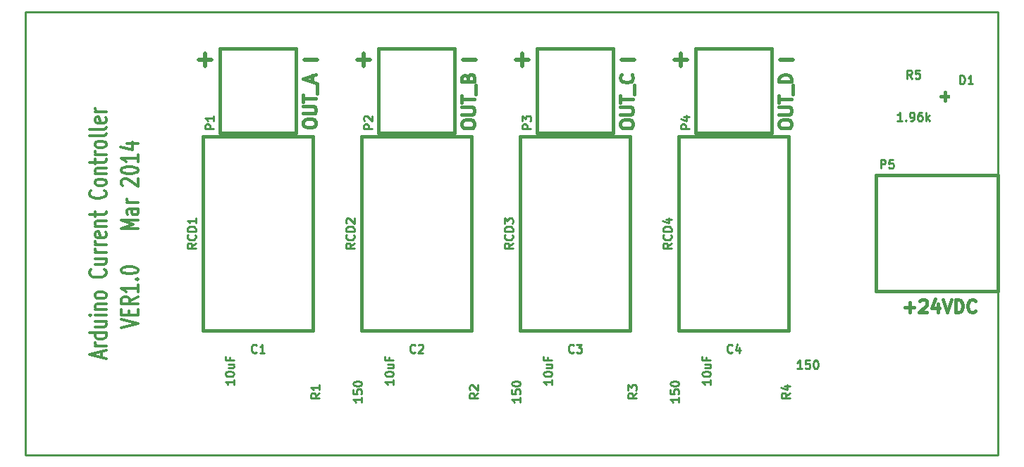
<source format=gto>
G04 (created by PCBNEW-RS274X (2011-05-25)-stable) date Tue 18 Mar 2014 04:02:36 PM EDT*
G01*
G70*
G90*
%MOIN*%
G04 Gerber Fmt 3.4, Leading zero omitted, Abs format*
%FSLAX34Y34*%
G04 APERTURE LIST*
%ADD10C,0.006000*%
%ADD11C,0.020000*%
%ADD12C,0.009000*%
%ADD13C,0.012000*%
%ADD14C,0.005000*%
%ADD15C,0.015000*%
%ADD16C,0.010000*%
%ADD17C,0.175000*%
%ADD18O,0.080000X0.120000*%
%ADD19C,0.080000*%
%ADD20R,0.070000X0.120000*%
%ADD21R,0.120000X0.070000*%
%ADD22R,0.067000X0.067000*%
%ADD23C,0.096000*%
%ADD24C,0.160000*%
%ADD25C,0.180000*%
%ADD26R,0.100000X0.100000*%
%ADD27C,0.100000*%
G04 APERTURE END LIST*
G54D10*
G54D11*
X71695Y-32769D02*
X72305Y-32769D01*
X79195Y-32769D02*
X79805Y-32769D01*
X64195Y-32769D02*
X64805Y-32769D01*
X74195Y-32769D02*
X74805Y-32769D01*
X74500Y-33074D02*
X74500Y-32464D01*
X51695Y-32769D02*
X52305Y-32769D01*
X52000Y-33074D02*
X52000Y-32464D01*
X59195Y-32769D02*
X59805Y-32769D01*
X59500Y-33074D02*
X59500Y-32464D01*
X56695Y-32769D02*
X57305Y-32769D01*
X66695Y-32769D02*
X67305Y-32769D01*
X67000Y-33074D02*
X67000Y-32464D01*
G54D12*
X89500Y-51500D02*
X43500Y-51500D01*
X43500Y-30500D02*
X89500Y-30500D01*
X43500Y-30500D02*
X43500Y-51500D01*
G54D13*
X47095Y-46885D02*
X47095Y-46599D01*
X47324Y-46942D02*
X46524Y-46742D01*
X47324Y-46542D01*
X47324Y-46342D02*
X46790Y-46342D01*
X46943Y-46342D02*
X46867Y-46314D01*
X46829Y-46285D01*
X46790Y-46228D01*
X46790Y-46171D01*
X47324Y-45714D02*
X46524Y-45714D01*
X47286Y-45714D02*
X47324Y-45771D01*
X47324Y-45885D01*
X47286Y-45943D01*
X47248Y-45971D01*
X47171Y-46000D01*
X46943Y-46000D01*
X46867Y-45971D01*
X46829Y-45943D01*
X46790Y-45885D01*
X46790Y-45771D01*
X46829Y-45714D01*
X46790Y-45171D02*
X47324Y-45171D01*
X46790Y-45428D02*
X47210Y-45428D01*
X47286Y-45400D01*
X47324Y-45342D01*
X47324Y-45257D01*
X47286Y-45200D01*
X47248Y-45171D01*
X47324Y-44885D02*
X46790Y-44885D01*
X46524Y-44885D02*
X46562Y-44914D01*
X46600Y-44885D01*
X46562Y-44857D01*
X46524Y-44885D01*
X46600Y-44885D01*
X46790Y-44599D02*
X47324Y-44599D01*
X46867Y-44599D02*
X46829Y-44571D01*
X46790Y-44513D01*
X46790Y-44428D01*
X46829Y-44371D01*
X46905Y-44342D01*
X47324Y-44342D01*
X47324Y-43970D02*
X47286Y-44028D01*
X47248Y-44056D01*
X47171Y-44085D01*
X46943Y-44085D01*
X46867Y-44056D01*
X46829Y-44028D01*
X46790Y-43970D01*
X46790Y-43885D01*
X46829Y-43828D01*
X46867Y-43799D01*
X46943Y-43770D01*
X47171Y-43770D01*
X47248Y-43799D01*
X47286Y-43828D01*
X47324Y-43885D01*
X47324Y-43970D01*
X47248Y-42713D02*
X47286Y-42742D01*
X47324Y-42828D01*
X47324Y-42885D01*
X47286Y-42970D01*
X47210Y-43028D01*
X47133Y-43056D01*
X46981Y-43085D01*
X46867Y-43085D01*
X46714Y-43056D01*
X46638Y-43028D01*
X46562Y-42970D01*
X46524Y-42885D01*
X46524Y-42828D01*
X46562Y-42742D01*
X46600Y-42713D01*
X46790Y-42199D02*
X47324Y-42199D01*
X46790Y-42456D02*
X47210Y-42456D01*
X47286Y-42428D01*
X47324Y-42370D01*
X47324Y-42285D01*
X47286Y-42228D01*
X47248Y-42199D01*
X47324Y-41913D02*
X46790Y-41913D01*
X46943Y-41913D02*
X46867Y-41885D01*
X46829Y-41856D01*
X46790Y-41799D01*
X46790Y-41742D01*
X47324Y-41542D02*
X46790Y-41542D01*
X46943Y-41542D02*
X46867Y-41514D01*
X46829Y-41485D01*
X46790Y-41428D01*
X46790Y-41371D01*
X47286Y-40943D02*
X47324Y-41000D01*
X47324Y-41114D01*
X47286Y-41171D01*
X47210Y-41200D01*
X46905Y-41200D01*
X46829Y-41171D01*
X46790Y-41114D01*
X46790Y-41000D01*
X46829Y-40943D01*
X46905Y-40914D01*
X46981Y-40914D01*
X47057Y-41200D01*
X46790Y-40657D02*
X47324Y-40657D01*
X46867Y-40657D02*
X46829Y-40629D01*
X46790Y-40571D01*
X46790Y-40486D01*
X46829Y-40429D01*
X46905Y-40400D01*
X47324Y-40400D01*
X46790Y-40200D02*
X46790Y-39971D01*
X46524Y-40114D02*
X47210Y-40114D01*
X47286Y-40086D01*
X47324Y-40028D01*
X47324Y-39971D01*
X47248Y-38971D02*
X47286Y-39000D01*
X47324Y-39086D01*
X47324Y-39143D01*
X47286Y-39228D01*
X47210Y-39286D01*
X47133Y-39314D01*
X46981Y-39343D01*
X46867Y-39343D01*
X46714Y-39314D01*
X46638Y-39286D01*
X46562Y-39228D01*
X46524Y-39143D01*
X46524Y-39086D01*
X46562Y-39000D01*
X46600Y-38971D01*
X47324Y-38628D02*
X47286Y-38686D01*
X47248Y-38714D01*
X47171Y-38743D01*
X46943Y-38743D01*
X46867Y-38714D01*
X46829Y-38686D01*
X46790Y-38628D01*
X46790Y-38543D01*
X46829Y-38486D01*
X46867Y-38457D01*
X46943Y-38428D01*
X47171Y-38428D01*
X47248Y-38457D01*
X47286Y-38486D01*
X47324Y-38543D01*
X47324Y-38628D01*
X46790Y-38171D02*
X47324Y-38171D01*
X46867Y-38171D02*
X46829Y-38143D01*
X46790Y-38085D01*
X46790Y-38000D01*
X46829Y-37943D01*
X46905Y-37914D01*
X47324Y-37914D01*
X46790Y-37714D02*
X46790Y-37485D01*
X46524Y-37628D02*
X47210Y-37628D01*
X47286Y-37600D01*
X47324Y-37542D01*
X47324Y-37485D01*
X47324Y-37285D02*
X46790Y-37285D01*
X46943Y-37285D02*
X46867Y-37257D01*
X46829Y-37228D01*
X46790Y-37171D01*
X46790Y-37114D01*
X47324Y-36828D02*
X47286Y-36886D01*
X47248Y-36914D01*
X47171Y-36943D01*
X46943Y-36943D01*
X46867Y-36914D01*
X46829Y-36886D01*
X46790Y-36828D01*
X46790Y-36743D01*
X46829Y-36686D01*
X46867Y-36657D01*
X46943Y-36628D01*
X47171Y-36628D01*
X47248Y-36657D01*
X47286Y-36686D01*
X47324Y-36743D01*
X47324Y-36828D01*
X47324Y-36285D02*
X47286Y-36343D01*
X47210Y-36371D01*
X46524Y-36371D01*
X47324Y-35971D02*
X47286Y-36029D01*
X47210Y-36057D01*
X46524Y-36057D01*
X47286Y-35515D02*
X47324Y-35572D01*
X47324Y-35686D01*
X47286Y-35743D01*
X47210Y-35772D01*
X46905Y-35772D01*
X46829Y-35743D01*
X46790Y-35686D01*
X46790Y-35572D01*
X46829Y-35515D01*
X46905Y-35486D01*
X46981Y-35486D01*
X47057Y-35772D01*
X47324Y-35229D02*
X46790Y-35229D01*
X46943Y-35229D02*
X46867Y-35201D01*
X46829Y-35172D01*
X46790Y-35115D01*
X46790Y-35058D01*
X48824Y-40777D02*
X48024Y-40777D01*
X48595Y-40577D01*
X48024Y-40377D01*
X48824Y-40377D01*
X48824Y-39834D02*
X48405Y-39834D01*
X48329Y-39863D01*
X48290Y-39920D01*
X48290Y-40034D01*
X48329Y-40091D01*
X48786Y-39834D02*
X48824Y-39891D01*
X48824Y-40034D01*
X48786Y-40091D01*
X48710Y-40120D01*
X48633Y-40120D01*
X48557Y-40091D01*
X48519Y-40034D01*
X48519Y-39891D01*
X48481Y-39834D01*
X48824Y-39548D02*
X48290Y-39548D01*
X48443Y-39548D02*
X48367Y-39520D01*
X48329Y-39491D01*
X48290Y-39434D01*
X48290Y-39377D01*
X48100Y-38749D02*
X48062Y-38720D01*
X48024Y-38663D01*
X48024Y-38520D01*
X48062Y-38463D01*
X48100Y-38434D01*
X48176Y-38406D01*
X48252Y-38406D01*
X48367Y-38434D01*
X48824Y-38777D01*
X48824Y-38406D01*
X48024Y-38035D02*
X48024Y-37978D01*
X48062Y-37921D01*
X48100Y-37892D01*
X48176Y-37863D01*
X48329Y-37835D01*
X48519Y-37835D01*
X48671Y-37863D01*
X48748Y-37892D01*
X48786Y-37921D01*
X48824Y-37978D01*
X48824Y-38035D01*
X48786Y-38092D01*
X48748Y-38121D01*
X48671Y-38149D01*
X48519Y-38178D01*
X48329Y-38178D01*
X48176Y-38149D01*
X48100Y-38121D01*
X48062Y-38092D01*
X48024Y-38035D01*
X48824Y-37264D02*
X48824Y-37607D01*
X48824Y-37435D02*
X48024Y-37435D01*
X48138Y-37492D01*
X48214Y-37550D01*
X48252Y-37607D01*
X48290Y-36750D02*
X48824Y-36750D01*
X47986Y-36893D02*
X48557Y-37036D01*
X48557Y-36664D01*
X48024Y-45485D02*
X48824Y-45285D01*
X48024Y-45085D01*
X48405Y-44885D02*
X48405Y-44685D01*
X48824Y-44599D02*
X48824Y-44885D01*
X48024Y-44885D01*
X48024Y-44599D01*
X48824Y-43999D02*
X48443Y-44199D01*
X48824Y-44342D02*
X48024Y-44342D01*
X48024Y-44114D01*
X48062Y-44056D01*
X48100Y-44028D01*
X48176Y-43999D01*
X48290Y-43999D01*
X48367Y-44028D01*
X48405Y-44056D01*
X48443Y-44114D01*
X48443Y-44342D01*
X48824Y-43428D02*
X48824Y-43771D01*
X48824Y-43599D02*
X48024Y-43599D01*
X48138Y-43656D01*
X48214Y-43714D01*
X48252Y-43771D01*
X48748Y-43171D02*
X48786Y-43143D01*
X48824Y-43171D01*
X48786Y-43200D01*
X48748Y-43171D01*
X48824Y-43171D01*
X48024Y-42771D02*
X48024Y-42714D01*
X48062Y-42657D01*
X48100Y-42628D01*
X48176Y-42599D01*
X48329Y-42571D01*
X48519Y-42571D01*
X48671Y-42599D01*
X48748Y-42628D01*
X48786Y-42657D01*
X48824Y-42714D01*
X48824Y-42771D01*
X48786Y-42828D01*
X48748Y-42857D01*
X48671Y-42885D01*
X48519Y-42914D01*
X48329Y-42914D01*
X48176Y-42885D01*
X48100Y-42857D01*
X48062Y-42828D01*
X48024Y-42771D01*
G54D12*
X89500Y-51500D02*
X89500Y-30500D01*
G54D14*
X54800Y-48050D02*
X55400Y-48050D01*
X55400Y-48050D02*
X55400Y-46950D01*
X55400Y-46950D02*
X54800Y-46950D01*
X54200Y-46950D02*
X53600Y-46950D01*
X53600Y-46950D02*
X53600Y-48050D01*
X53600Y-48050D02*
X54200Y-48050D01*
X57700Y-48800D02*
X57700Y-49400D01*
X57700Y-49400D02*
X58800Y-49400D01*
X58800Y-49400D02*
X58800Y-48800D01*
X58800Y-48200D02*
X58800Y-47600D01*
X58800Y-47600D02*
X57700Y-47600D01*
X57700Y-47600D02*
X57700Y-48200D01*
X77300Y-48050D02*
X77900Y-48050D01*
X77900Y-48050D02*
X77900Y-46950D01*
X77900Y-46950D02*
X77300Y-46950D01*
X76700Y-46950D02*
X76100Y-46950D01*
X76100Y-46950D02*
X76100Y-48050D01*
X76100Y-48050D02*
X76700Y-48050D01*
X62300Y-48050D02*
X62900Y-48050D01*
X62900Y-48050D02*
X62900Y-46950D01*
X62900Y-46950D02*
X62300Y-46950D01*
X61700Y-46950D02*
X61100Y-46950D01*
X61100Y-46950D02*
X61100Y-48050D01*
X61100Y-48050D02*
X61700Y-48050D01*
X69800Y-48050D02*
X70400Y-48050D01*
X70400Y-48050D02*
X70400Y-46950D01*
X70400Y-46950D02*
X69800Y-46950D01*
X69200Y-46950D02*
X68600Y-46950D01*
X68600Y-46950D02*
X68600Y-48050D01*
X68600Y-48050D02*
X69200Y-48050D01*
G54D15*
X87000Y-34700D02*
X87000Y-34300D01*
X87200Y-34500D02*
X86800Y-34500D01*
G54D14*
X65200Y-48800D02*
X65200Y-49400D01*
X65200Y-49400D02*
X66300Y-49400D01*
X66300Y-49400D02*
X66300Y-48800D01*
X66300Y-48200D02*
X66300Y-47600D01*
X66300Y-47600D02*
X65200Y-47600D01*
X65200Y-47600D02*
X65200Y-48200D01*
X72700Y-48800D02*
X72700Y-49400D01*
X72700Y-49400D02*
X73800Y-49400D01*
X73800Y-49400D02*
X73800Y-48800D01*
X73800Y-48200D02*
X73800Y-47600D01*
X73800Y-47600D02*
X72700Y-47600D01*
X72700Y-47600D02*
X72700Y-48200D01*
X79950Y-48800D02*
X79950Y-49400D01*
X79950Y-49400D02*
X81050Y-49400D01*
X81050Y-49400D02*
X81050Y-48800D01*
X81050Y-48200D02*
X81050Y-47600D01*
X81050Y-47600D02*
X79950Y-47600D01*
X79950Y-47600D02*
X79950Y-48200D01*
X85200Y-33950D02*
X84600Y-33950D01*
X84600Y-33950D02*
X84600Y-35050D01*
X84600Y-35050D02*
X85200Y-35050D01*
X85800Y-35050D02*
X86400Y-35050D01*
X86400Y-35050D02*
X86400Y-33950D01*
X86400Y-33950D02*
X85800Y-33950D01*
G54D15*
X89500Y-38250D02*
X89500Y-43750D01*
X89500Y-43750D02*
X83750Y-43750D01*
X83750Y-43750D02*
X83750Y-38250D01*
X83750Y-38250D02*
X89500Y-38250D01*
X51900Y-45600D02*
X57100Y-45600D01*
X57100Y-45600D02*
X57100Y-36400D01*
X57100Y-36400D02*
X51900Y-36400D01*
X51900Y-36400D02*
X51900Y-45600D01*
X59400Y-45600D02*
X64600Y-45600D01*
X64600Y-45600D02*
X64600Y-36400D01*
X64600Y-36400D02*
X59400Y-36400D01*
X59400Y-36400D02*
X59400Y-45600D01*
X66900Y-45600D02*
X72100Y-45600D01*
X72100Y-45600D02*
X72100Y-36400D01*
X72100Y-36400D02*
X66900Y-36400D01*
X66900Y-36400D02*
X66900Y-45600D01*
X74400Y-45600D02*
X79600Y-45600D01*
X79600Y-45600D02*
X79600Y-36400D01*
X79600Y-36400D02*
X74400Y-36400D01*
X74400Y-36400D02*
X74400Y-45600D01*
X75200Y-36250D02*
X78800Y-36250D01*
X78800Y-36250D02*
X78800Y-32250D01*
X78800Y-32250D02*
X75200Y-32250D01*
X75200Y-32250D02*
X75200Y-36250D01*
X67700Y-36250D02*
X71300Y-36250D01*
X71300Y-36250D02*
X71300Y-32250D01*
X71300Y-32250D02*
X67700Y-32250D01*
X67700Y-32250D02*
X67700Y-36250D01*
X60200Y-36250D02*
X63800Y-36250D01*
X63800Y-36250D02*
X63800Y-32250D01*
X63800Y-32250D02*
X60200Y-32250D01*
X60200Y-32250D02*
X60200Y-36250D01*
X52700Y-36250D02*
X56300Y-36250D01*
X56300Y-36250D02*
X56300Y-32250D01*
X56300Y-32250D02*
X52700Y-32250D01*
X52700Y-32250D02*
X52700Y-36250D01*
G54D16*
X54434Y-46624D02*
X54415Y-46643D01*
X54358Y-46662D01*
X54320Y-46662D01*
X54262Y-46643D01*
X54224Y-46605D01*
X54205Y-46567D01*
X54186Y-46490D01*
X54186Y-46433D01*
X54205Y-46357D01*
X54224Y-46319D01*
X54262Y-46281D01*
X54320Y-46262D01*
X54358Y-46262D01*
X54415Y-46281D01*
X54434Y-46300D01*
X54815Y-46662D02*
X54586Y-46662D01*
X54700Y-46662D02*
X54700Y-46262D01*
X54662Y-46319D01*
X54624Y-46357D01*
X54586Y-46376D01*
X53362Y-47928D02*
X53362Y-48157D01*
X53362Y-48043D02*
X52962Y-48043D01*
X53019Y-48081D01*
X53057Y-48119D01*
X53076Y-48157D01*
X52962Y-47681D02*
X52962Y-47642D01*
X52981Y-47604D01*
X53000Y-47585D01*
X53038Y-47566D01*
X53114Y-47547D01*
X53210Y-47547D01*
X53286Y-47566D01*
X53324Y-47585D01*
X53343Y-47604D01*
X53362Y-47642D01*
X53362Y-47681D01*
X53343Y-47719D01*
X53324Y-47738D01*
X53286Y-47757D01*
X53210Y-47776D01*
X53114Y-47776D01*
X53038Y-47757D01*
X53000Y-47738D01*
X52981Y-47719D01*
X52962Y-47681D01*
X53095Y-47204D02*
X53362Y-47204D01*
X53095Y-47376D02*
X53305Y-47376D01*
X53343Y-47357D01*
X53362Y-47319D01*
X53362Y-47261D01*
X53343Y-47223D01*
X53324Y-47204D01*
X53152Y-46880D02*
X53152Y-47014D01*
X53362Y-47014D02*
X52962Y-47014D01*
X52962Y-46823D01*
X57412Y-48566D02*
X57221Y-48700D01*
X57412Y-48795D02*
X57012Y-48795D01*
X57012Y-48642D01*
X57031Y-48604D01*
X57050Y-48585D01*
X57088Y-48566D01*
X57145Y-48566D01*
X57183Y-48585D01*
X57202Y-48604D01*
X57221Y-48642D01*
X57221Y-48795D01*
X57412Y-48185D02*
X57412Y-48414D01*
X57412Y-48300D02*
X57012Y-48300D01*
X57069Y-48338D01*
X57107Y-48376D01*
X57126Y-48414D01*
X59412Y-48766D02*
X59412Y-48995D01*
X59412Y-48881D02*
X59012Y-48881D01*
X59069Y-48919D01*
X59107Y-48957D01*
X59126Y-48995D01*
X59012Y-48404D02*
X59012Y-48595D01*
X59202Y-48614D01*
X59183Y-48595D01*
X59164Y-48557D01*
X59164Y-48461D01*
X59183Y-48423D01*
X59202Y-48404D01*
X59240Y-48385D01*
X59336Y-48385D01*
X59374Y-48404D01*
X59393Y-48423D01*
X59412Y-48461D01*
X59412Y-48557D01*
X59393Y-48595D01*
X59374Y-48614D01*
X59012Y-48138D02*
X59012Y-48099D01*
X59031Y-48061D01*
X59050Y-48042D01*
X59088Y-48023D01*
X59164Y-48004D01*
X59260Y-48004D01*
X59336Y-48023D01*
X59374Y-48042D01*
X59393Y-48061D01*
X59412Y-48099D01*
X59412Y-48138D01*
X59393Y-48176D01*
X59374Y-48195D01*
X59336Y-48214D01*
X59260Y-48233D01*
X59164Y-48233D01*
X59088Y-48214D01*
X59050Y-48195D01*
X59031Y-48176D01*
X59012Y-48138D01*
X76934Y-46624D02*
X76915Y-46643D01*
X76858Y-46662D01*
X76820Y-46662D01*
X76762Y-46643D01*
X76724Y-46605D01*
X76705Y-46567D01*
X76686Y-46490D01*
X76686Y-46433D01*
X76705Y-46357D01*
X76724Y-46319D01*
X76762Y-46281D01*
X76820Y-46262D01*
X76858Y-46262D01*
X76915Y-46281D01*
X76934Y-46300D01*
X77277Y-46395D02*
X77277Y-46662D01*
X77181Y-46243D02*
X77086Y-46529D01*
X77334Y-46529D01*
X75912Y-47928D02*
X75912Y-48157D01*
X75912Y-48043D02*
X75512Y-48043D01*
X75569Y-48081D01*
X75607Y-48119D01*
X75626Y-48157D01*
X75512Y-47681D02*
X75512Y-47642D01*
X75531Y-47604D01*
X75550Y-47585D01*
X75588Y-47566D01*
X75664Y-47547D01*
X75760Y-47547D01*
X75836Y-47566D01*
X75874Y-47585D01*
X75893Y-47604D01*
X75912Y-47642D01*
X75912Y-47681D01*
X75893Y-47719D01*
X75874Y-47738D01*
X75836Y-47757D01*
X75760Y-47776D01*
X75664Y-47776D01*
X75588Y-47757D01*
X75550Y-47738D01*
X75531Y-47719D01*
X75512Y-47681D01*
X75645Y-47204D02*
X75912Y-47204D01*
X75645Y-47376D02*
X75855Y-47376D01*
X75893Y-47357D01*
X75912Y-47319D01*
X75912Y-47261D01*
X75893Y-47223D01*
X75874Y-47204D01*
X75702Y-46880D02*
X75702Y-47014D01*
X75912Y-47014D02*
X75512Y-47014D01*
X75512Y-46823D01*
X61934Y-46624D02*
X61915Y-46643D01*
X61858Y-46662D01*
X61820Y-46662D01*
X61762Y-46643D01*
X61724Y-46605D01*
X61705Y-46567D01*
X61686Y-46490D01*
X61686Y-46433D01*
X61705Y-46357D01*
X61724Y-46319D01*
X61762Y-46281D01*
X61820Y-46262D01*
X61858Y-46262D01*
X61915Y-46281D01*
X61934Y-46300D01*
X62086Y-46300D02*
X62105Y-46281D01*
X62143Y-46262D01*
X62239Y-46262D01*
X62277Y-46281D01*
X62296Y-46300D01*
X62315Y-46338D01*
X62315Y-46376D01*
X62296Y-46433D01*
X62067Y-46662D01*
X62315Y-46662D01*
X60912Y-47928D02*
X60912Y-48157D01*
X60912Y-48043D02*
X60512Y-48043D01*
X60569Y-48081D01*
X60607Y-48119D01*
X60626Y-48157D01*
X60512Y-47681D02*
X60512Y-47642D01*
X60531Y-47604D01*
X60550Y-47585D01*
X60588Y-47566D01*
X60664Y-47547D01*
X60760Y-47547D01*
X60836Y-47566D01*
X60874Y-47585D01*
X60893Y-47604D01*
X60912Y-47642D01*
X60912Y-47681D01*
X60893Y-47719D01*
X60874Y-47738D01*
X60836Y-47757D01*
X60760Y-47776D01*
X60664Y-47776D01*
X60588Y-47757D01*
X60550Y-47738D01*
X60531Y-47719D01*
X60512Y-47681D01*
X60645Y-47204D02*
X60912Y-47204D01*
X60645Y-47376D02*
X60855Y-47376D01*
X60893Y-47357D01*
X60912Y-47319D01*
X60912Y-47261D01*
X60893Y-47223D01*
X60874Y-47204D01*
X60702Y-46880D02*
X60702Y-47014D01*
X60912Y-47014D02*
X60512Y-47014D01*
X60512Y-46823D01*
X69434Y-46624D02*
X69415Y-46643D01*
X69358Y-46662D01*
X69320Y-46662D01*
X69262Y-46643D01*
X69224Y-46605D01*
X69205Y-46567D01*
X69186Y-46490D01*
X69186Y-46433D01*
X69205Y-46357D01*
X69224Y-46319D01*
X69262Y-46281D01*
X69320Y-46262D01*
X69358Y-46262D01*
X69415Y-46281D01*
X69434Y-46300D01*
X69567Y-46262D02*
X69815Y-46262D01*
X69681Y-46414D01*
X69739Y-46414D01*
X69777Y-46433D01*
X69796Y-46452D01*
X69815Y-46490D01*
X69815Y-46586D01*
X69796Y-46624D01*
X69777Y-46643D01*
X69739Y-46662D01*
X69624Y-46662D01*
X69586Y-46643D01*
X69567Y-46624D01*
X68412Y-47928D02*
X68412Y-48157D01*
X68412Y-48043D02*
X68012Y-48043D01*
X68069Y-48081D01*
X68107Y-48119D01*
X68126Y-48157D01*
X68012Y-47681D02*
X68012Y-47642D01*
X68031Y-47604D01*
X68050Y-47585D01*
X68088Y-47566D01*
X68164Y-47547D01*
X68260Y-47547D01*
X68336Y-47566D01*
X68374Y-47585D01*
X68393Y-47604D01*
X68412Y-47642D01*
X68412Y-47681D01*
X68393Y-47719D01*
X68374Y-47738D01*
X68336Y-47757D01*
X68260Y-47776D01*
X68164Y-47776D01*
X68088Y-47757D01*
X68050Y-47738D01*
X68031Y-47719D01*
X68012Y-47681D01*
X68145Y-47204D02*
X68412Y-47204D01*
X68145Y-47376D02*
X68355Y-47376D01*
X68393Y-47357D01*
X68412Y-47319D01*
X68412Y-47261D01*
X68393Y-47223D01*
X68374Y-47204D01*
X68202Y-46880D02*
X68202Y-47014D01*
X68412Y-47014D02*
X68012Y-47014D01*
X68012Y-46823D01*
X87705Y-33912D02*
X87705Y-33512D01*
X87800Y-33512D01*
X87858Y-33531D01*
X87896Y-33569D01*
X87915Y-33607D01*
X87934Y-33683D01*
X87934Y-33740D01*
X87915Y-33817D01*
X87896Y-33855D01*
X87858Y-33893D01*
X87800Y-33912D01*
X87705Y-33912D01*
X88315Y-33912D02*
X88086Y-33912D01*
X88200Y-33912D02*
X88200Y-33512D01*
X88162Y-33569D01*
X88124Y-33607D01*
X88086Y-33626D01*
X64912Y-48566D02*
X64721Y-48700D01*
X64912Y-48795D02*
X64512Y-48795D01*
X64512Y-48642D01*
X64531Y-48604D01*
X64550Y-48585D01*
X64588Y-48566D01*
X64645Y-48566D01*
X64683Y-48585D01*
X64702Y-48604D01*
X64721Y-48642D01*
X64721Y-48795D01*
X64550Y-48414D02*
X64531Y-48395D01*
X64512Y-48357D01*
X64512Y-48261D01*
X64531Y-48223D01*
X64550Y-48204D01*
X64588Y-48185D01*
X64626Y-48185D01*
X64683Y-48204D01*
X64912Y-48433D01*
X64912Y-48185D01*
X66912Y-48766D02*
X66912Y-48995D01*
X66912Y-48881D02*
X66512Y-48881D01*
X66569Y-48919D01*
X66607Y-48957D01*
X66626Y-48995D01*
X66512Y-48404D02*
X66512Y-48595D01*
X66702Y-48614D01*
X66683Y-48595D01*
X66664Y-48557D01*
X66664Y-48461D01*
X66683Y-48423D01*
X66702Y-48404D01*
X66740Y-48385D01*
X66836Y-48385D01*
X66874Y-48404D01*
X66893Y-48423D01*
X66912Y-48461D01*
X66912Y-48557D01*
X66893Y-48595D01*
X66874Y-48614D01*
X66512Y-48138D02*
X66512Y-48099D01*
X66531Y-48061D01*
X66550Y-48042D01*
X66588Y-48023D01*
X66664Y-48004D01*
X66760Y-48004D01*
X66836Y-48023D01*
X66874Y-48042D01*
X66893Y-48061D01*
X66912Y-48099D01*
X66912Y-48138D01*
X66893Y-48176D01*
X66874Y-48195D01*
X66836Y-48214D01*
X66760Y-48233D01*
X66664Y-48233D01*
X66588Y-48214D01*
X66550Y-48195D01*
X66531Y-48176D01*
X66512Y-48138D01*
X72412Y-48566D02*
X72221Y-48700D01*
X72412Y-48795D02*
X72012Y-48795D01*
X72012Y-48642D01*
X72031Y-48604D01*
X72050Y-48585D01*
X72088Y-48566D01*
X72145Y-48566D01*
X72183Y-48585D01*
X72202Y-48604D01*
X72221Y-48642D01*
X72221Y-48795D01*
X72012Y-48433D02*
X72012Y-48185D01*
X72164Y-48319D01*
X72164Y-48261D01*
X72183Y-48223D01*
X72202Y-48204D01*
X72240Y-48185D01*
X72336Y-48185D01*
X72374Y-48204D01*
X72393Y-48223D01*
X72412Y-48261D01*
X72412Y-48376D01*
X72393Y-48414D01*
X72374Y-48433D01*
X74412Y-48766D02*
X74412Y-48995D01*
X74412Y-48881D02*
X74012Y-48881D01*
X74069Y-48919D01*
X74107Y-48957D01*
X74126Y-48995D01*
X74012Y-48404D02*
X74012Y-48595D01*
X74202Y-48614D01*
X74183Y-48595D01*
X74164Y-48557D01*
X74164Y-48461D01*
X74183Y-48423D01*
X74202Y-48404D01*
X74240Y-48385D01*
X74336Y-48385D01*
X74374Y-48404D01*
X74393Y-48423D01*
X74412Y-48461D01*
X74412Y-48557D01*
X74393Y-48595D01*
X74374Y-48614D01*
X74012Y-48138D02*
X74012Y-48099D01*
X74031Y-48061D01*
X74050Y-48042D01*
X74088Y-48023D01*
X74164Y-48004D01*
X74260Y-48004D01*
X74336Y-48023D01*
X74374Y-48042D01*
X74393Y-48061D01*
X74412Y-48099D01*
X74412Y-48138D01*
X74393Y-48176D01*
X74374Y-48195D01*
X74336Y-48214D01*
X74260Y-48233D01*
X74164Y-48233D01*
X74088Y-48214D01*
X74050Y-48195D01*
X74031Y-48176D01*
X74012Y-48138D01*
X79662Y-48566D02*
X79471Y-48700D01*
X79662Y-48795D02*
X79262Y-48795D01*
X79262Y-48642D01*
X79281Y-48604D01*
X79300Y-48585D01*
X79338Y-48566D01*
X79395Y-48566D01*
X79433Y-48585D01*
X79452Y-48604D01*
X79471Y-48642D01*
X79471Y-48795D01*
X79395Y-48223D02*
X79662Y-48223D01*
X79243Y-48319D02*
X79529Y-48414D01*
X79529Y-48166D01*
X80234Y-47412D02*
X80005Y-47412D01*
X80119Y-47412D02*
X80119Y-47012D01*
X80081Y-47069D01*
X80043Y-47107D01*
X80005Y-47126D01*
X80596Y-47012D02*
X80405Y-47012D01*
X80386Y-47202D01*
X80405Y-47183D01*
X80443Y-47164D01*
X80539Y-47164D01*
X80577Y-47183D01*
X80596Y-47202D01*
X80615Y-47240D01*
X80615Y-47336D01*
X80596Y-47374D01*
X80577Y-47393D01*
X80539Y-47412D01*
X80443Y-47412D01*
X80405Y-47393D01*
X80386Y-47374D01*
X80862Y-47012D02*
X80901Y-47012D01*
X80939Y-47031D01*
X80958Y-47050D01*
X80977Y-47088D01*
X80996Y-47164D01*
X80996Y-47260D01*
X80977Y-47336D01*
X80958Y-47374D01*
X80939Y-47393D01*
X80901Y-47412D01*
X80862Y-47412D01*
X80824Y-47393D01*
X80805Y-47374D01*
X80786Y-47336D01*
X80767Y-47260D01*
X80767Y-47164D01*
X80786Y-47088D01*
X80805Y-47050D01*
X80824Y-47031D01*
X80862Y-47012D01*
X85434Y-33662D02*
X85300Y-33471D01*
X85205Y-33662D02*
X85205Y-33262D01*
X85358Y-33262D01*
X85396Y-33281D01*
X85415Y-33300D01*
X85434Y-33338D01*
X85434Y-33395D01*
X85415Y-33433D01*
X85396Y-33452D01*
X85358Y-33471D01*
X85205Y-33471D01*
X85796Y-33262D02*
X85605Y-33262D01*
X85586Y-33452D01*
X85605Y-33433D01*
X85643Y-33414D01*
X85739Y-33414D01*
X85777Y-33433D01*
X85796Y-33452D01*
X85815Y-33490D01*
X85815Y-33586D01*
X85796Y-33624D01*
X85777Y-33643D01*
X85739Y-33662D01*
X85643Y-33662D01*
X85605Y-33643D01*
X85586Y-33624D01*
X84977Y-35662D02*
X84748Y-35662D01*
X84862Y-35662D02*
X84862Y-35262D01*
X84824Y-35319D01*
X84786Y-35357D01*
X84748Y-35376D01*
X85148Y-35624D02*
X85167Y-35643D01*
X85148Y-35662D01*
X85129Y-35643D01*
X85148Y-35624D01*
X85148Y-35662D01*
X85357Y-35662D02*
X85433Y-35662D01*
X85472Y-35643D01*
X85491Y-35624D01*
X85529Y-35567D01*
X85548Y-35490D01*
X85548Y-35338D01*
X85529Y-35300D01*
X85510Y-35281D01*
X85472Y-35262D01*
X85395Y-35262D01*
X85357Y-35281D01*
X85338Y-35300D01*
X85319Y-35338D01*
X85319Y-35433D01*
X85338Y-35471D01*
X85357Y-35490D01*
X85395Y-35510D01*
X85472Y-35510D01*
X85510Y-35490D01*
X85529Y-35471D01*
X85548Y-35433D01*
X85891Y-35262D02*
X85814Y-35262D01*
X85776Y-35281D01*
X85757Y-35300D01*
X85719Y-35357D01*
X85700Y-35433D01*
X85700Y-35586D01*
X85719Y-35624D01*
X85738Y-35643D01*
X85776Y-35662D01*
X85853Y-35662D01*
X85891Y-35643D01*
X85910Y-35624D01*
X85929Y-35586D01*
X85929Y-35490D01*
X85910Y-35452D01*
X85891Y-35433D01*
X85853Y-35414D01*
X85776Y-35414D01*
X85738Y-35433D01*
X85719Y-35452D01*
X85700Y-35490D01*
X86100Y-35662D02*
X86100Y-35262D01*
X86138Y-35510D02*
X86253Y-35662D01*
X86253Y-35395D02*
X86100Y-35548D01*
X83955Y-37912D02*
X83955Y-37512D01*
X84108Y-37512D01*
X84146Y-37531D01*
X84165Y-37550D01*
X84184Y-37588D01*
X84184Y-37645D01*
X84165Y-37683D01*
X84146Y-37702D01*
X84108Y-37721D01*
X83955Y-37721D01*
X84546Y-37512D02*
X84355Y-37512D01*
X84336Y-37702D01*
X84355Y-37683D01*
X84393Y-37664D01*
X84489Y-37664D01*
X84527Y-37683D01*
X84546Y-37702D01*
X84565Y-37740D01*
X84565Y-37836D01*
X84546Y-37874D01*
X84527Y-37893D01*
X84489Y-37912D01*
X84393Y-37912D01*
X84355Y-37893D01*
X84336Y-37874D01*
G54D15*
X85094Y-44514D02*
X85551Y-44514D01*
X85322Y-44743D02*
X85322Y-44286D01*
X85808Y-44200D02*
X85837Y-44171D01*
X85894Y-44143D01*
X86037Y-44143D01*
X86094Y-44171D01*
X86123Y-44200D01*
X86151Y-44257D01*
X86151Y-44314D01*
X86123Y-44400D01*
X85780Y-44743D01*
X86151Y-44743D01*
X86665Y-44343D02*
X86665Y-44743D01*
X86522Y-44114D02*
X86379Y-44543D01*
X86751Y-44543D01*
X86893Y-44143D02*
X87093Y-44743D01*
X87293Y-44143D01*
X87493Y-44743D02*
X87493Y-44143D01*
X87636Y-44143D01*
X87721Y-44171D01*
X87779Y-44229D01*
X87807Y-44286D01*
X87836Y-44400D01*
X87836Y-44486D01*
X87807Y-44600D01*
X87779Y-44657D01*
X87721Y-44714D01*
X87636Y-44743D01*
X87493Y-44743D01*
X88436Y-44686D02*
X88407Y-44714D01*
X88321Y-44743D01*
X88264Y-44743D01*
X88179Y-44714D01*
X88121Y-44657D01*
X88093Y-44600D01*
X88064Y-44486D01*
X88064Y-44400D01*
X88093Y-44286D01*
X88121Y-44229D01*
X88179Y-44171D01*
X88264Y-44143D01*
X88321Y-44143D01*
X88407Y-44171D01*
X88436Y-44200D01*
G54D16*
X51562Y-41466D02*
X51371Y-41600D01*
X51562Y-41695D02*
X51162Y-41695D01*
X51162Y-41542D01*
X51181Y-41504D01*
X51200Y-41485D01*
X51238Y-41466D01*
X51295Y-41466D01*
X51333Y-41485D01*
X51352Y-41504D01*
X51371Y-41542D01*
X51371Y-41695D01*
X51524Y-41066D02*
X51543Y-41085D01*
X51562Y-41142D01*
X51562Y-41180D01*
X51543Y-41238D01*
X51505Y-41276D01*
X51467Y-41295D01*
X51390Y-41314D01*
X51333Y-41314D01*
X51257Y-41295D01*
X51219Y-41276D01*
X51181Y-41238D01*
X51162Y-41180D01*
X51162Y-41142D01*
X51181Y-41085D01*
X51200Y-41066D01*
X51562Y-40895D02*
X51162Y-40895D01*
X51162Y-40800D01*
X51181Y-40742D01*
X51219Y-40704D01*
X51257Y-40685D01*
X51333Y-40666D01*
X51390Y-40666D01*
X51467Y-40685D01*
X51505Y-40704D01*
X51543Y-40742D01*
X51562Y-40800D01*
X51562Y-40895D01*
X51562Y-40285D02*
X51562Y-40514D01*
X51562Y-40400D02*
X51162Y-40400D01*
X51219Y-40438D01*
X51257Y-40476D01*
X51276Y-40514D01*
X59062Y-41466D02*
X58871Y-41600D01*
X59062Y-41695D02*
X58662Y-41695D01*
X58662Y-41542D01*
X58681Y-41504D01*
X58700Y-41485D01*
X58738Y-41466D01*
X58795Y-41466D01*
X58833Y-41485D01*
X58852Y-41504D01*
X58871Y-41542D01*
X58871Y-41695D01*
X59024Y-41066D02*
X59043Y-41085D01*
X59062Y-41142D01*
X59062Y-41180D01*
X59043Y-41238D01*
X59005Y-41276D01*
X58967Y-41295D01*
X58890Y-41314D01*
X58833Y-41314D01*
X58757Y-41295D01*
X58719Y-41276D01*
X58681Y-41238D01*
X58662Y-41180D01*
X58662Y-41142D01*
X58681Y-41085D01*
X58700Y-41066D01*
X59062Y-40895D02*
X58662Y-40895D01*
X58662Y-40800D01*
X58681Y-40742D01*
X58719Y-40704D01*
X58757Y-40685D01*
X58833Y-40666D01*
X58890Y-40666D01*
X58967Y-40685D01*
X59005Y-40704D01*
X59043Y-40742D01*
X59062Y-40800D01*
X59062Y-40895D01*
X58700Y-40514D02*
X58681Y-40495D01*
X58662Y-40457D01*
X58662Y-40361D01*
X58681Y-40323D01*
X58700Y-40304D01*
X58738Y-40285D01*
X58776Y-40285D01*
X58833Y-40304D01*
X59062Y-40533D01*
X59062Y-40285D01*
X66562Y-41466D02*
X66371Y-41600D01*
X66562Y-41695D02*
X66162Y-41695D01*
X66162Y-41542D01*
X66181Y-41504D01*
X66200Y-41485D01*
X66238Y-41466D01*
X66295Y-41466D01*
X66333Y-41485D01*
X66352Y-41504D01*
X66371Y-41542D01*
X66371Y-41695D01*
X66524Y-41066D02*
X66543Y-41085D01*
X66562Y-41142D01*
X66562Y-41180D01*
X66543Y-41238D01*
X66505Y-41276D01*
X66467Y-41295D01*
X66390Y-41314D01*
X66333Y-41314D01*
X66257Y-41295D01*
X66219Y-41276D01*
X66181Y-41238D01*
X66162Y-41180D01*
X66162Y-41142D01*
X66181Y-41085D01*
X66200Y-41066D01*
X66562Y-40895D02*
X66162Y-40895D01*
X66162Y-40800D01*
X66181Y-40742D01*
X66219Y-40704D01*
X66257Y-40685D01*
X66333Y-40666D01*
X66390Y-40666D01*
X66467Y-40685D01*
X66505Y-40704D01*
X66543Y-40742D01*
X66562Y-40800D01*
X66562Y-40895D01*
X66162Y-40533D02*
X66162Y-40285D01*
X66314Y-40419D01*
X66314Y-40361D01*
X66333Y-40323D01*
X66352Y-40304D01*
X66390Y-40285D01*
X66486Y-40285D01*
X66524Y-40304D01*
X66543Y-40323D01*
X66562Y-40361D01*
X66562Y-40476D01*
X66543Y-40514D01*
X66524Y-40533D01*
X74062Y-41466D02*
X73871Y-41600D01*
X74062Y-41695D02*
X73662Y-41695D01*
X73662Y-41542D01*
X73681Y-41504D01*
X73700Y-41485D01*
X73738Y-41466D01*
X73795Y-41466D01*
X73833Y-41485D01*
X73852Y-41504D01*
X73871Y-41542D01*
X73871Y-41695D01*
X74024Y-41066D02*
X74043Y-41085D01*
X74062Y-41142D01*
X74062Y-41180D01*
X74043Y-41238D01*
X74005Y-41276D01*
X73967Y-41295D01*
X73890Y-41314D01*
X73833Y-41314D01*
X73757Y-41295D01*
X73719Y-41276D01*
X73681Y-41238D01*
X73662Y-41180D01*
X73662Y-41142D01*
X73681Y-41085D01*
X73700Y-41066D01*
X74062Y-40895D02*
X73662Y-40895D01*
X73662Y-40800D01*
X73681Y-40742D01*
X73719Y-40704D01*
X73757Y-40685D01*
X73833Y-40666D01*
X73890Y-40666D01*
X73967Y-40685D01*
X74005Y-40704D01*
X74043Y-40742D01*
X74062Y-40800D01*
X74062Y-40895D01*
X73795Y-40323D02*
X74062Y-40323D01*
X73643Y-40419D02*
X73929Y-40514D01*
X73929Y-40266D01*
X74912Y-36045D02*
X74512Y-36045D01*
X74512Y-35892D01*
X74531Y-35854D01*
X74550Y-35835D01*
X74588Y-35816D01*
X74645Y-35816D01*
X74683Y-35835D01*
X74702Y-35854D01*
X74721Y-35892D01*
X74721Y-36045D01*
X74645Y-35473D02*
X74912Y-35473D01*
X74493Y-35569D02*
X74779Y-35664D01*
X74779Y-35416D01*
G54D15*
X79143Y-35879D02*
X79143Y-35765D01*
X79171Y-35707D01*
X79229Y-35650D01*
X79343Y-35622D01*
X79543Y-35622D01*
X79657Y-35650D01*
X79714Y-35707D01*
X79743Y-35765D01*
X79743Y-35879D01*
X79714Y-35936D01*
X79657Y-35993D01*
X79543Y-36022D01*
X79343Y-36022D01*
X79229Y-35993D01*
X79171Y-35936D01*
X79143Y-35879D01*
X79143Y-35364D02*
X79629Y-35364D01*
X79686Y-35336D01*
X79714Y-35307D01*
X79743Y-35250D01*
X79743Y-35136D01*
X79714Y-35078D01*
X79686Y-35050D01*
X79629Y-35021D01*
X79143Y-35021D01*
X79143Y-34821D02*
X79143Y-34478D01*
X79743Y-34649D02*
X79143Y-34649D01*
X79800Y-34421D02*
X79800Y-33964D01*
X79743Y-33821D02*
X79143Y-33821D01*
X79143Y-33678D01*
X79171Y-33593D01*
X79229Y-33535D01*
X79286Y-33507D01*
X79400Y-33478D01*
X79486Y-33478D01*
X79600Y-33507D01*
X79657Y-33535D01*
X79714Y-33593D01*
X79743Y-33678D01*
X79743Y-33821D01*
G54D16*
X67412Y-36045D02*
X67012Y-36045D01*
X67012Y-35892D01*
X67031Y-35854D01*
X67050Y-35835D01*
X67088Y-35816D01*
X67145Y-35816D01*
X67183Y-35835D01*
X67202Y-35854D01*
X67221Y-35892D01*
X67221Y-36045D01*
X67012Y-35683D02*
X67012Y-35435D01*
X67164Y-35569D01*
X67164Y-35511D01*
X67183Y-35473D01*
X67202Y-35454D01*
X67240Y-35435D01*
X67336Y-35435D01*
X67374Y-35454D01*
X67393Y-35473D01*
X67412Y-35511D01*
X67412Y-35626D01*
X67393Y-35664D01*
X67374Y-35683D01*
G54D15*
X71643Y-35879D02*
X71643Y-35765D01*
X71671Y-35707D01*
X71729Y-35650D01*
X71843Y-35622D01*
X72043Y-35622D01*
X72157Y-35650D01*
X72214Y-35707D01*
X72243Y-35765D01*
X72243Y-35879D01*
X72214Y-35936D01*
X72157Y-35993D01*
X72043Y-36022D01*
X71843Y-36022D01*
X71729Y-35993D01*
X71671Y-35936D01*
X71643Y-35879D01*
X71643Y-35364D02*
X72129Y-35364D01*
X72186Y-35336D01*
X72214Y-35307D01*
X72243Y-35250D01*
X72243Y-35136D01*
X72214Y-35078D01*
X72186Y-35050D01*
X72129Y-35021D01*
X71643Y-35021D01*
X71643Y-34821D02*
X71643Y-34478D01*
X72243Y-34649D02*
X71643Y-34649D01*
X72300Y-34421D02*
X72300Y-33964D01*
X72186Y-33478D02*
X72214Y-33507D01*
X72243Y-33593D01*
X72243Y-33650D01*
X72214Y-33735D01*
X72157Y-33793D01*
X72100Y-33821D01*
X71986Y-33850D01*
X71900Y-33850D01*
X71786Y-33821D01*
X71729Y-33793D01*
X71671Y-33735D01*
X71643Y-33650D01*
X71643Y-33593D01*
X71671Y-33507D01*
X71700Y-33478D01*
G54D16*
X59912Y-36045D02*
X59512Y-36045D01*
X59512Y-35892D01*
X59531Y-35854D01*
X59550Y-35835D01*
X59588Y-35816D01*
X59645Y-35816D01*
X59683Y-35835D01*
X59702Y-35854D01*
X59721Y-35892D01*
X59721Y-36045D01*
X59550Y-35664D02*
X59531Y-35645D01*
X59512Y-35607D01*
X59512Y-35511D01*
X59531Y-35473D01*
X59550Y-35454D01*
X59588Y-35435D01*
X59626Y-35435D01*
X59683Y-35454D01*
X59912Y-35683D01*
X59912Y-35435D01*
G54D15*
X64143Y-35879D02*
X64143Y-35765D01*
X64171Y-35707D01*
X64229Y-35650D01*
X64343Y-35622D01*
X64543Y-35622D01*
X64657Y-35650D01*
X64714Y-35707D01*
X64743Y-35765D01*
X64743Y-35879D01*
X64714Y-35936D01*
X64657Y-35993D01*
X64543Y-36022D01*
X64343Y-36022D01*
X64229Y-35993D01*
X64171Y-35936D01*
X64143Y-35879D01*
X64143Y-35364D02*
X64629Y-35364D01*
X64686Y-35336D01*
X64714Y-35307D01*
X64743Y-35250D01*
X64743Y-35136D01*
X64714Y-35078D01*
X64686Y-35050D01*
X64629Y-35021D01*
X64143Y-35021D01*
X64143Y-34821D02*
X64143Y-34478D01*
X64743Y-34649D02*
X64143Y-34649D01*
X64800Y-34421D02*
X64800Y-33964D01*
X64429Y-33621D02*
X64457Y-33535D01*
X64486Y-33507D01*
X64543Y-33478D01*
X64629Y-33478D01*
X64686Y-33507D01*
X64714Y-33535D01*
X64743Y-33593D01*
X64743Y-33821D01*
X64143Y-33821D01*
X64143Y-33621D01*
X64171Y-33564D01*
X64200Y-33535D01*
X64257Y-33507D01*
X64314Y-33507D01*
X64371Y-33535D01*
X64400Y-33564D01*
X64429Y-33621D01*
X64429Y-33821D01*
G54D16*
X52412Y-36045D02*
X52012Y-36045D01*
X52012Y-35892D01*
X52031Y-35854D01*
X52050Y-35835D01*
X52088Y-35816D01*
X52145Y-35816D01*
X52183Y-35835D01*
X52202Y-35854D01*
X52221Y-35892D01*
X52221Y-36045D01*
X52412Y-35435D02*
X52412Y-35664D01*
X52412Y-35550D02*
X52012Y-35550D01*
X52069Y-35588D01*
X52107Y-35626D01*
X52126Y-35664D01*
G54D15*
X56643Y-35836D02*
X56643Y-35722D01*
X56671Y-35664D01*
X56729Y-35607D01*
X56843Y-35579D01*
X57043Y-35579D01*
X57157Y-35607D01*
X57214Y-35664D01*
X57243Y-35722D01*
X57243Y-35836D01*
X57214Y-35893D01*
X57157Y-35950D01*
X57043Y-35979D01*
X56843Y-35979D01*
X56729Y-35950D01*
X56671Y-35893D01*
X56643Y-35836D01*
X56643Y-35321D02*
X57129Y-35321D01*
X57186Y-35293D01*
X57214Y-35264D01*
X57243Y-35207D01*
X57243Y-35093D01*
X57214Y-35035D01*
X57186Y-35007D01*
X57129Y-34978D01*
X56643Y-34978D01*
X56643Y-34778D02*
X56643Y-34435D01*
X57243Y-34606D02*
X56643Y-34606D01*
X57300Y-34378D02*
X57300Y-33921D01*
X57071Y-33807D02*
X57071Y-33521D01*
X57243Y-33864D02*
X56643Y-33664D01*
X57243Y-33464D01*
%LPC*%
G54D17*
X50500Y-50500D03*
X51000Y-31500D03*
X83000Y-50500D03*
X80500Y-31500D03*
G54D18*
X56000Y-50500D03*
X57000Y-50500D03*
X58000Y-50500D03*
X59000Y-50500D03*
X60000Y-50500D03*
X61000Y-50500D03*
X62000Y-50500D03*
X63000Y-50500D03*
X65000Y-50500D03*
X66000Y-50500D03*
X67000Y-50500D03*
X68000Y-50500D03*
X69000Y-50500D03*
X70000Y-50500D03*
X71000Y-50500D03*
X72000Y-50500D03*
X74000Y-50500D03*
X75000Y-50500D03*
X76000Y-50500D03*
X77000Y-50500D03*
X78000Y-50500D03*
X79000Y-50500D03*
X80000Y-50500D03*
X81000Y-50500D03*
X52400Y-31500D03*
X53400Y-31500D03*
X54400Y-31500D03*
X55400Y-31500D03*
X56400Y-31500D03*
X57400Y-31500D03*
X58400Y-31500D03*
X59400Y-31500D03*
X60400Y-31500D03*
X61400Y-31500D03*
X63000Y-31500D03*
X70000Y-31500D03*
X69000Y-31500D03*
X68000Y-31500D03*
X67000Y-31500D03*
X66000Y-31500D03*
X65000Y-31500D03*
X64000Y-31500D03*
X72000Y-31500D03*
X73000Y-31500D03*
X74000Y-31500D03*
X75000Y-31500D03*
X76000Y-31500D03*
X77000Y-31500D03*
X78000Y-31500D03*
X79000Y-31500D03*
G54D19*
X82000Y-31500D03*
X83000Y-31500D03*
X82000Y-32500D03*
X83000Y-32500D03*
X82000Y-33500D03*
X83000Y-33500D03*
X82000Y-34500D03*
X83000Y-34500D03*
X82000Y-35500D03*
X83000Y-35500D03*
X82000Y-36500D03*
X83000Y-36500D03*
X82000Y-37500D03*
X83000Y-37500D03*
X82000Y-38500D03*
X83000Y-38500D03*
X82000Y-39500D03*
X83000Y-39500D03*
X82000Y-40500D03*
X83000Y-40500D03*
X82000Y-41500D03*
X83000Y-41500D03*
X82000Y-42500D03*
X83000Y-42500D03*
X82000Y-43500D03*
X83000Y-43500D03*
X82000Y-44500D03*
X83000Y-44500D03*
X82000Y-45500D03*
X83000Y-45500D03*
X82000Y-46500D03*
X83000Y-46500D03*
X82000Y-47500D03*
X83000Y-47500D03*
X82000Y-48500D03*
X83000Y-48500D03*
G54D20*
X55100Y-47500D03*
X53900Y-47500D03*
G54D21*
X58250Y-49100D03*
X58250Y-47900D03*
G54D20*
X77600Y-47500D03*
X76400Y-47500D03*
X62600Y-47500D03*
X61400Y-47500D03*
X70100Y-47500D03*
X68900Y-47500D03*
G54D22*
X87585Y-34500D03*
X88415Y-34500D03*
G54D21*
X65750Y-49100D03*
X65750Y-47900D03*
X73250Y-49100D03*
X73250Y-47900D03*
X80500Y-49100D03*
X80500Y-47900D03*
G54D20*
X84900Y-34500D03*
X86100Y-34500D03*
G54D23*
X88320Y-41000D03*
G54D24*
X87140Y-41000D03*
G54D25*
X84780Y-41000D03*
G54D24*
X87530Y-39230D03*
X87530Y-42770D03*
G54D26*
X53000Y-44500D03*
G54D27*
X54000Y-44500D03*
X55000Y-44500D03*
X56000Y-44500D03*
X56000Y-37500D03*
X53000Y-37500D03*
G54D26*
X60500Y-44500D03*
G54D27*
X61500Y-44500D03*
X62500Y-44500D03*
X63500Y-44500D03*
X63500Y-37500D03*
X60500Y-37500D03*
G54D26*
X68000Y-44500D03*
G54D27*
X69000Y-44500D03*
X70000Y-44500D03*
X71000Y-44500D03*
X71000Y-37500D03*
X68000Y-37500D03*
G54D26*
X75500Y-44500D03*
G54D27*
X76500Y-44500D03*
X77500Y-44500D03*
X78500Y-44500D03*
X78500Y-37500D03*
X75500Y-37500D03*
G54D26*
X76250Y-34250D03*
G54D27*
X77750Y-34250D03*
G54D26*
X68750Y-34250D03*
G54D27*
X70250Y-34250D03*
G54D26*
X61250Y-34250D03*
G54D27*
X62750Y-34250D03*
G54D26*
X53750Y-34250D03*
G54D27*
X55250Y-34250D03*
M02*

</source>
